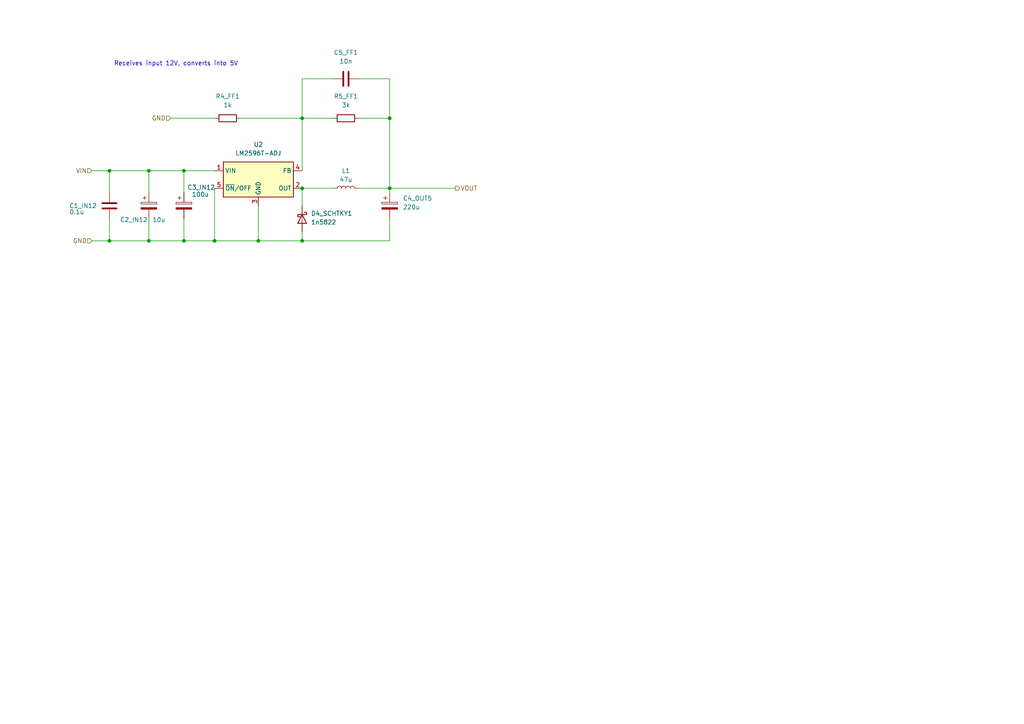
<source format=kicad_sch>
(kicad_sch (version 20231120) (generator "eeschema") (generator_version "8.0")
  (paper "A4")
  (title_block (title "BlueJamma") (date "2024-12-10") (rev "1") (company "Irbis Interactive LLC, Pavel Nakaznenko"))
  (lib_symbols
    (symbol "Device:C" (pin_numbers hide) (pin_names (offset 0.254))
      (property "Reference" "C" (at 0.635 2.54 0))
      (property "Value" "C" (at 0.635 -2.54 0))
      (symbol "C_0_1"
        (polyline (pts (xy -2.032 -0.762) (xy 2.032 -0.762)) (stroke (width 0.508)))
        (polyline (pts (xy -2.032 0.762) (xy 2.032 0.762)) (stroke (width 0.508)))
      )
      (symbol "C_1_1"
        (pin passive line (at 0 3.81 270) (length 2.794) (name "~") (number "1"))
        (pin passive line (at 0 -3.81 90) (length 2.794) (name "~") (number "2"))
      )
    )
    (symbol "Device:C_Polarized" (pin_numbers hide) (pin_names (offset 0.254))
      (property "Reference" "C" (at 0.635 2.54 0))
      (property "Value" "C_Polarized" (at 0.635 -2.54 0))
      (symbol "C_Polarized_0_1"
        (rectangle (start -2.286 0.508) (end 2.286 1.016))
        (polyline (pts (xy -1.778 2.286) (xy -0.762 2.286)))
        (polyline (pts (xy -1.27 2.794) (xy -1.27 1.778)))
        (rectangle (start 2.286 -0.508) (end -2.286 -1.016) (fill (type outline)))
      )
      (symbol "C_Polarized_1_1"
        (pin passive line (at 0 3.81 270) (length 2.794) (name "~") (number "1"))
        (pin passive line (at 0 -3.81 90) (length 2.794) (name "~") (number "2"))
      )
    )
    (symbol "Device:L" (pin_numbers hide) (pin_names (offset 1.016) hide)
      (property "Reference" "L" (at -1.27 0 90))
      (property "Value" "L" (at 1.905 0 90))
      (symbol "L_0_1"
        (arc (start 0 -2.54) (mid 0.6323 -1.905) (end 0 -1.27))
        (arc (start 0 -1.27) (mid 0.6323 -0.635) (end 0 0))
        (arc (start 0 0) (mid 0.6323 0.635) (end 0 1.27))
        (arc (start 0 1.27) (mid 0.6323 1.905) (end 0 2.54))
      )
      (symbol "L_1_1"
        (pin passive line (at 0 3.81 270) (length 1.27) (name "1") (number "1"))
        (pin passive line (at 0 -3.81 90) (length 1.27) (name "2") (number "2"))
      )
    )
    (symbol "Device:R" (pin_numbers hide) (pin_names (offset 0))
      (property "Reference" "R" (at 2.032 0 90))
      (property "Value" "R" (at 0 0 90))
      (symbol "R_0_1"
        (rectangle (start -1.016 -2.54) (end 1.016 2.54) (stroke (width 0.254)))
      )
      (symbol "R_1_1"
        (pin passive line (at 0 3.81 270) (length 1.27) (name "~") (number "1"))
        (pin passive line (at 0 -3.81 90) (length 1.27) (name "~") (number "2"))
      )
    )
    (symbol "Diode:1N5822" (pin_numbers hide) (pin_names (offset 1.016) hide)
      (property "Reference" "D" (at 0 2.54 0))
      (property "Value" "1N5822" (at 0 -2.54 0))
      (symbol "1N5822_0_1"
        (polyline (pts (xy 1.27 0) (xy -1.27 0)))
        (polyline (pts (xy 1.27 1.27) (xy 1.27 -1.27) (xy -1.27 0) (xy 1.27 1.27)) (stroke (width 0.254)))
        (polyline (pts (xy -1.905 0.635) (xy -1.905 1.27) (xy -1.27 1.27) (xy -1.27 -1.27) (xy -0.635 -1.27) (xy -0.635 -0.635)) (stroke (width 0.254)))
      )
      (symbol "1N5822_1_1"
        (pin passive line (at -3.81 0 0) (length 2.54) (name "K") (number "1"))
        (pin passive line (at 3.81 0 180) (length 2.54) (name "A") (number "2"))
      )
    )
    (symbol "Regulator_Switching:LM2596T-ADJ"
      (property "Reference" "U" (at -10.16 6.35 0))
      (property "Value" "LM2596T-ADJ" (at 0 6.35 0))
      (symbol "LM2596T-ADJ_0_1"
        (rectangle (start -10.16 5.08) (end 10.16 -5.08) (stroke (width 0.254)) (fill (type background)))
      )
      (symbol "LM2596T-ADJ_1_1"
        (pin power_in line (at -12.7 2.54 0) (length 2.54) (name "VIN") (number "1"))
        (pin output line (at 12.7 -2.54 180) (length 2.54) (name "OUT") (number "2"))
        (pin power_in line (at 0 -7.62 90) (length 2.54) (name "GND") (number "3"))
        (pin input line (at 12.7 2.54 180) (length 2.54) (name "FB") (number "4"))
        (pin input line (at -12.7 -2.54 0) (length 2.54) (name "~{ON}/OFF") (number "5"))
      )
    )
  )
  (junction (at 31.75 69.85))
  (junction (at 31.75 49.53))
  (junction (at 53.34 49.53))
  (junction (at 74.93 69.85))
  (junction (at 87.63 69.85))
  (junction (at 87.63 34.29))
  (junction (at 87.63 54.61))
  (junction (at 43.18 49.53))
  (junction (at 43.18 69.85))
  (junction (at 53.34 69.85))
  (junction (at 113.03 54.61))
  (junction (at 62.23 69.85))
  (junction (at 113.03 34.29))
  (wire (pts (xy 43.18 49.53) (xy 53.34 49.53)))
  (wire (pts (xy 53.34 49.53) (xy 53.34 55.88)))
  (wire (pts (xy 113.03 22.86) (xy 113.03 34.29)))
  (wire (pts (xy 96.52 34.29) (xy 87.63 34.29)))
  (wire (pts (xy 113.03 63.5) (xy 113.03 69.85)))
  (wire (pts (xy 53.34 69.85) (xy 62.23 69.85)))
  (wire (pts (xy 31.75 49.53) (xy 43.18 49.53)))
  (wire (pts (xy 62.23 34.29) (xy 49.53 34.29)))
  (wire (pts (xy 113.03 54.61) (xy 132.08 54.61)))
  (wire (pts (xy 62.23 69.85) (xy 74.93 69.85)))
  (wire (pts (xy 74.93 69.85) (xy 74.93 59.69)))
  (wire (pts (xy 69.85 34.29) (xy 87.63 34.29)))
  (wire (pts (xy 26.67 49.53) (xy 31.75 49.53)))
  (wire (pts (xy 87.63 67.31) (xy 87.63 69.85)))
  (wire (pts (xy 87.63 34.29) (xy 87.63 49.53)))
  (wire (pts (xy 43.18 69.85) (xy 53.34 69.85)))
  (wire (pts (xy 104.14 54.61) (xy 113.03 54.61)))
  (wire (pts (xy 43.18 63.5) (xy 43.18 69.85)))
  (wire (pts (xy 87.63 22.86) (xy 87.63 34.29)))
  (wire (pts (xy 87.63 54.61) (xy 87.63 59.69)))
  (wire (pts (xy 26.67 69.85) (xy 31.75 69.85)))
  (wire (pts (xy 31.75 69.85) (xy 31.75 63.5)))
  (wire (pts (xy 87.63 69.85) (xy 74.93 69.85)))
  (wire (pts (xy 31.75 55.88) (xy 31.75 49.53)))
  (wire (pts (xy 104.14 34.29) (xy 113.03 34.29)))
  (wire (pts (xy 53.34 63.5) (xy 53.34 69.85)))
  (wire (pts (xy 104.14 22.86) (xy 113.03 22.86)))
  (wire (pts (xy 113.03 34.29) (xy 113.03 54.61)))
  (wire (pts (xy 62.23 54.61) (xy 62.23 69.85)))
  (wire (pts (xy 87.63 69.85) (xy 113.03 69.85)))
  (wire (pts (xy 96.52 22.86) (xy 87.63 22.86)))
  (wire (pts (xy 53.34 49.53) (xy 62.23 49.53)))
  (wire (pts (xy 87.63 54.61) (xy 96.52 54.61)))
  (wire (pts (xy 31.75 69.85) (xy 43.18 69.85)))
  (wire (pts (xy 113.03 54.61) (xy 113.03 55.88)))
  (wire (pts (xy 43.18 55.88) (xy 43.18 49.53)))
  (text "Receives input 12V, converts into 5V" (at 51.054 18.542 0) (effects (font (size 1.27 1.27))))
  (hierarchical_label "GND" (shape input) (at 49.53 34.29 180))
  (hierarchical_label "VIN" (shape input) (at 26.67 49.53 180))
  (hierarchical_label "GND" (shape input) (at 26.67 69.85 180))
  (hierarchical_label "VOUT" (shape output) (at 132.08 54.61 0))
  (symbol (lib_id "Device:R") (at 100.33 34.29 270) (unit 1)
    (property "Reference" "R5_FF1" (at 100.33 27.94 90))
    (property "Value" "3k" (at 100.33 30.48 90))
    (property "Footprint" "Resistor_SMD:R_1206_3216Metric_Pad1.30x1.75mm_HandSolder" (effects (hide yes)))
    (property "Description" "Resistor" (effects (hide yes)))
  )
  (symbol (lib_id "Device:L") (at 100.33 54.61 90) (unit 1)
    (property "Reference" "L1" (at 100.33 49.53 90))
    (property "Value" "47u" (at 100.33 52.07 90))
    (property "Footprint" "Inductor_SMD:L_6.3x6.3_H3" (effects (hide yes)))
    (property "Description" "Inductor" (effects (hide yes)))
  )
  (symbol (lib_id "Diode:1N5822") (at 87.63 63.5 270) (unit 1)
    (property "Reference" "D4_SCHTKY1" (at 90.17 61.9124 90) (effects (justify left)))
    (property "Value" "1n5822" (at 90.17 64.4524 90) (effects (justify left)))
    (property "Footprint" "Diode_THT:D_DO-201AD_P15.24mm_Horizontal" (effects (hide yes)))
    (property "Datasheet" "http://www.vishay.com/docs/88526/1n5820.pdf" (effects (hide yes)))
    (property "Description" "40V 3A Schottky Barrier Rectifier Diode, DO-201AD" (effects (hide yes)))
    (property "Sim.Library" "spice\\1n5822.lib" (effects (hide yes)))
    (property "Sim.Name" "1n5822" (effects (hide yes)))
    (property "Sim.Device" "SUBCKT" (effects (hide yes)))
    (property "Sim.Pins" "1=2 2=1" (effects (hide yes)))
  )
  (symbol (lib_id "Regulator_Switching:LM2596T-ADJ") (at 74.93 52.07 0) (unit 1)
    (property "Reference" "U2" (at 74.93 41.91 0))
    (property "Value" "LM2596T-ADJ" (at 74.93 44.45 0))
    (property "Footprint" "Package_TO_SOT_THT:TO-220-5_Vertical_Pavel" (effects (hide yes)))
    (property "Datasheet" "http://www.ti.com/lit/ds/symlink/lm2596.pdf" (effects (hide yes)))
    (property "Description" "Adjustable 3A 150kHz Step-Down Voltage Regulator, TO-220" (effects (hide yes)))
    (property "Sim.Library" "spice\\LM2596T_ADJ_AVG.lib" (effects (hide yes)))
    (property "Sim.Name" "LM2596T_ADJ_AVG" (effects (hide yes)))
    (property "Sim.Device" "SUBCKT" (effects (hide yes)))
    (property "Sim.Pins" "1=IN 2=OUT 3=GND 4=FB 5=ON_OFF_N" (effects (hide yes)))
  )
  (symbol (lib_id "Device:C_Polarized") (at 113.03 59.69 0) (unit 1)
    (property "Reference" "C4_OUT5" (at 116.84 57.5309 0) (effects (justify left)))
    (property "Value" "220u" (at 116.84 60.0709 0) (effects (justify left)))
    (property "Footprint" "Capacitor_SMD:C_Elec_6.3x7.7" (effects (hide yes)))
    (property "Description" "Polarized capacitor" (effects (hide yes)))
  )
  (symbol (lib_id "Device:C_Polarized") (at 53.34 59.69 0) (unit 1)
    (property "Reference" "C3_IN12" (at 54.356 54.356 0) (effects (justify left)))
    (property "Value" "100u" (at 55.626 56.388 0) (effects (justify left)))
    (property "Footprint" "Capacitor_SMD:C_Elec_6.3x5.4" (effects (hide yes)))
    (property "Description" "Polarized capacitor" (effects (hide yes)))
  )
  (symbol (lib_id "Device:C") (at 31.75 59.69 0) (unit 1)
    (property "Reference" "C1_IN12" (at 20.066 59.69 0) (effects (justify left)))
    (property "Value" "0.1u" (at 20.066 61.468 0) (effects (justify left)))
    (property "Footprint" "Capacitor_SMD:C_1206_3216Metric_Pad1.33x1.80mm_HandSolder" (effects (hide yes)))
  )
  (symbol (lib_id "Device:C_Polarized") (at 43.18 59.69 0) (unit 1)
    (property "Reference" "C2_IN12" (at 34.798 63.754 0) (effects (justify left)))
    (property "Value" "10u" (at 44.196 63.754 0) (effects (justify left)))
    (property "Footprint" "Capacitor_SMD:C_Elec_4x5.4" (effects (hide yes)))
  )
  (symbol (lib_id "Device:R") (at 66.04 34.29 90) (unit 1)
    (property "Reference" "R4_FF1" (at 66.04 27.94 90))
    (property "Value" "1k" (at 66.04 30.48 90))
    (property "Footprint" "Resistor_SMD:R_1206_3216Metric_Pad1.30x1.75mm_HandSolder" (effects (hide yes)))
    (property "Description" "Resistor" (effects (hide yes)))
  )
  (symbol (lib_id "Device:C") (at 100.33 22.86 90) (unit 1)
    (property "Reference" "C5_FF1" (at 100.33 15.24 90))
    (property "Value" "10n" (at 100.33 17.78 90))
    (property "Footprint" "Capacitor_SMD:C_1206_3216Metric_Pad1.33x1.80mm_HandSolder" (effects (hide yes)))
    (property "Description" "Unpolarized capacitor" (effects (hide yes)))
  )
)
</source>
